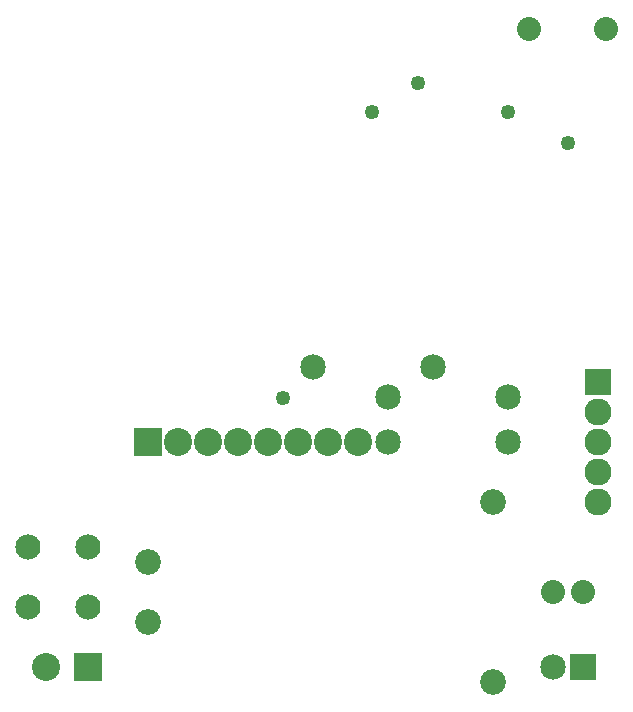
<source format=gbs>
G04 MADE WITH FRITZING*
G04 WWW.FRITZING.ORG*
G04 DOUBLE SIDED*
G04 HOLES PLATED*
G04 CONTOUR ON CENTER OF CONTOUR VECTOR*
%ASAXBY*%
%FSLAX23Y23*%
%MOIN*%
%OFA0B0*%
%SFA1.0B1.0*%
%ADD10C,0.080000*%
%ADD11C,0.049370*%
%ADD12C,0.084000*%
%ADD13C,0.057978*%
%ADD14C,0.093307*%
%ADD15C,0.090000*%
%ADD16C,0.085000*%
%ADD17C,0.085433*%
%ADD18R,0.093307X0.093307*%
%ADD19R,0.090000X0.090000*%
%ADD20R,0.085000X0.085000*%
%LNMASK0*%
G90*
G70*
G54D10*
X2015Y2300D03*
X1759Y2300D03*
G54D11*
X1389Y2121D03*
X1888Y1921D03*
X1688Y2023D03*
X1235Y2023D03*
X937Y1071D03*
G54D12*
X87Y372D03*
X87Y572D03*
X287Y572D03*
X287Y372D03*
G54D13*
X487Y325D03*
X487Y522D03*
X1644Y727D03*
X1644Y121D03*
G54D14*
X487Y922D03*
X587Y922D03*
X687Y922D03*
X787Y922D03*
X887Y922D03*
X987Y922D03*
X1087Y922D03*
X1187Y922D03*
G54D15*
X1987Y1122D03*
X1987Y1022D03*
X1987Y922D03*
X1987Y822D03*
X1987Y722D03*
G54D14*
X287Y172D03*
X149Y172D03*
G54D16*
X1937Y172D03*
X1837Y172D03*
G54D10*
X1937Y422D03*
X1837Y422D03*
X1937Y422D03*
X1837Y422D03*
G54D16*
X1687Y922D03*
X1287Y922D03*
X1437Y1172D03*
X1037Y1172D03*
X1687Y1072D03*
X1287Y1072D03*
G54D17*
X1637Y122D03*
X487Y322D03*
X1637Y722D03*
X487Y522D03*
G54D18*
X487Y922D03*
G54D19*
X1987Y1122D03*
G54D18*
X287Y172D03*
G54D20*
X1937Y172D03*
G04 End of Mask0*
M02*
</source>
